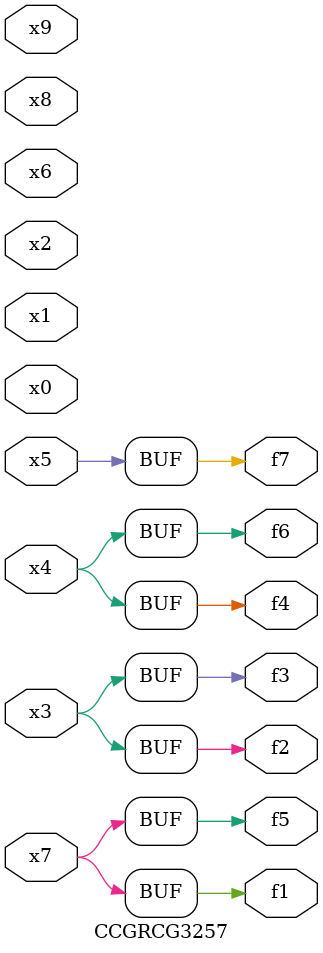
<source format=v>
module CCGRCG3257(
	input x0, x1, x2, x3, x4, x5, x6, x7, x8, x9,
	output f1, f2, f3, f4, f5, f6, f7
);
	assign f1 = x7;
	assign f2 = x3;
	assign f3 = x3;
	assign f4 = x4;
	assign f5 = x7;
	assign f6 = x4;
	assign f7 = x5;
endmodule

</source>
